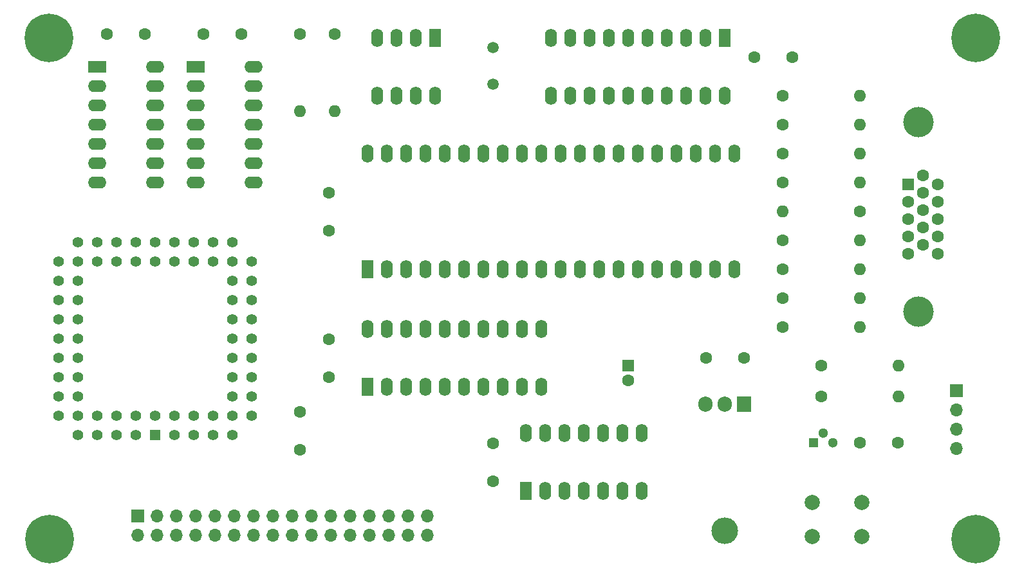
<source format=gbs>
G04 #@! TF.GenerationSoftware,KiCad,Pcbnew,(6.0.1)*
G04 #@! TF.CreationDate,2022-02-26T16:04:48+01:00*
G04 #@! TF.ProjectId,6502-vga,36353032-2d76-4676-912e-6b696361645f,rev?*
G04 #@! TF.SameCoordinates,Original*
G04 #@! TF.FileFunction,Soldermask,Bot*
G04 #@! TF.FilePolarity,Negative*
%FSLAX46Y46*%
G04 Gerber Fmt 4.6, Leading zero omitted, Abs format (unit mm)*
G04 Created by KiCad (PCBNEW (6.0.1)) date 2022-02-26 16:04:48*
%MOMM*%
%LPD*%
G01*
G04 APERTURE LIST*
%ADD10C,1.600000*%
%ADD11R,1.700000X1.700000*%
%ADD12O,1.700000X1.700000*%
%ADD13C,4.000000*%
%ADD14R,1.600000X1.600000*%
%ADD15R,1.300000X1.300000*%
%ADD16C,1.300000*%
%ADD17O,1.600000X1.600000*%
%ADD18R,1.422400X1.422400*%
%ADD19C,1.422400*%
%ADD20R,1.600000X2.400000*%
%ADD21O,1.600000X2.400000*%
%ADD22R,2.400000X1.600000*%
%ADD23O,2.400000X1.600000*%
%ADD24C,1.500000*%
%ADD25C,0.800000*%
%ADD26C,6.400000*%
%ADD27C,2.000000*%
%ADD28O,3.500000X3.500000*%
%ADD29R,1.905000X2.000000*%
%ADD30O,1.905000X2.000000*%
G04 APERTURE END LIST*
D10*
X138684000Y-131572000D03*
X138684000Y-136572000D03*
X142494000Y-127000000D03*
X142494000Y-122000000D03*
X142494000Y-107696000D03*
X142494000Y-102696000D03*
X203454000Y-84836000D03*
X198454000Y-84836000D03*
X125984000Y-81788000D03*
X130984000Y-81788000D03*
X164084000Y-140716000D03*
X164084000Y-135716000D03*
D11*
X117348000Y-145288000D03*
D12*
X117348000Y-147828000D03*
X119888000Y-145288000D03*
X119888000Y-147828000D03*
X122428000Y-145288000D03*
X122428000Y-147828000D03*
X124968000Y-145288000D03*
X124968000Y-147828000D03*
X127508000Y-145288000D03*
X127508000Y-147828000D03*
X130048000Y-145288000D03*
X130048000Y-147828000D03*
X132588000Y-145288000D03*
X132588000Y-147828000D03*
X135128000Y-145288000D03*
X135128000Y-147828000D03*
X137668000Y-145288000D03*
X137668000Y-147828000D03*
X140208000Y-145288000D03*
X140208000Y-147828000D03*
X142748000Y-145288000D03*
X142748000Y-147828000D03*
X145288000Y-145288000D03*
X145288000Y-147828000D03*
X147828000Y-145288000D03*
X147828000Y-147828000D03*
X150368000Y-145288000D03*
X150368000Y-147828000D03*
X152908000Y-145288000D03*
X152908000Y-147828000D03*
X155448000Y-145288000D03*
X155448000Y-147828000D03*
D11*
X225044000Y-128778000D03*
D12*
X225044000Y-131318000D03*
X225044000Y-133858000D03*
X225044000Y-136398000D03*
D13*
X220114000Y-93415000D03*
X220114000Y-118415000D03*
D14*
X218694000Y-101600000D03*
D10*
X218694000Y-103890000D03*
X218694000Y-106180000D03*
X218694000Y-108470000D03*
X218694000Y-110760000D03*
X220674000Y-100455000D03*
X220674000Y-102745000D03*
X220674000Y-105035000D03*
X220674000Y-107325000D03*
X220674000Y-109615000D03*
X222654000Y-101600000D03*
X222654000Y-103890000D03*
X222654000Y-106180000D03*
X222654000Y-108470000D03*
X222654000Y-110760000D03*
D15*
X206248000Y-135636000D03*
D16*
X207518000Y-134366000D03*
X208788000Y-135636000D03*
D10*
X207264000Y-129540000D03*
D17*
X217424000Y-129540000D03*
D10*
X207264000Y-125476000D03*
D17*
X217424000Y-125476000D03*
D10*
X202184000Y-89916000D03*
D17*
X212344000Y-89916000D03*
D10*
X202184000Y-97536000D03*
D17*
X212344000Y-97536000D03*
D10*
X202184000Y-101346000D03*
D17*
X212344000Y-101346000D03*
D10*
X202184000Y-112776000D03*
D17*
X212344000Y-112776000D03*
D10*
X202184000Y-116586000D03*
D17*
X212344000Y-116586000D03*
D10*
X202184000Y-120396000D03*
D17*
X212344000Y-120396000D03*
D10*
X143256000Y-81788000D03*
D17*
X143256000Y-91948000D03*
D18*
X119634000Y-134620000D03*
D19*
X119634000Y-132080000D03*
X122174000Y-134620000D03*
X122174000Y-132080000D03*
X124714000Y-134620000D03*
X124714000Y-132080000D03*
X127254000Y-134620000D03*
X127254000Y-132080000D03*
X129794000Y-134620000D03*
X132334000Y-132080000D03*
X129794000Y-132080000D03*
X132334000Y-129540000D03*
X129794000Y-129540000D03*
X132334000Y-127000000D03*
X129794000Y-127000000D03*
X132334000Y-124460000D03*
X129794000Y-124460000D03*
X132334000Y-121920000D03*
X129794000Y-121920000D03*
X132334000Y-119380000D03*
X129794000Y-119380000D03*
X132334000Y-116840000D03*
X129794000Y-116840000D03*
X132334000Y-114300000D03*
X129794000Y-114300000D03*
X132334000Y-111760000D03*
X129794000Y-109220000D03*
X129794000Y-111760000D03*
X127254000Y-109220000D03*
X127254000Y-111760000D03*
X124714000Y-109220000D03*
X124714000Y-111760000D03*
X122174000Y-109220000D03*
X122174000Y-111760000D03*
X119634000Y-109220000D03*
X119634000Y-111760000D03*
X117094000Y-109220000D03*
X117094000Y-111760000D03*
X114554000Y-109220000D03*
X114554000Y-111760000D03*
X112014000Y-109220000D03*
X112014000Y-111760000D03*
X109474000Y-109220000D03*
X106934000Y-111760000D03*
X109474000Y-111760000D03*
X106934000Y-114300000D03*
X109474000Y-114300000D03*
X106934000Y-116840000D03*
X109474000Y-116840000D03*
X106934000Y-119380000D03*
X109474000Y-119380000D03*
X106934000Y-121920000D03*
X109474000Y-121920000D03*
X106934000Y-124460000D03*
X109474000Y-124460000D03*
X106934000Y-127000000D03*
X109474000Y-127000000D03*
X106934000Y-129540000D03*
X109474000Y-129540000D03*
X106934000Y-132080000D03*
X109474000Y-134620000D03*
X109474000Y-132080000D03*
X112014000Y-134620000D03*
X112014000Y-132080000D03*
X114554000Y-134620000D03*
X114554000Y-132080000D03*
X117094000Y-134620000D03*
X117094000Y-132080000D03*
D20*
X168402000Y-141986000D03*
D21*
X170942000Y-141986000D03*
X173482000Y-141986000D03*
X176022000Y-141986000D03*
X178562000Y-141986000D03*
X181102000Y-141986000D03*
X183642000Y-141986000D03*
X183642000Y-134366000D03*
X181102000Y-134366000D03*
X178562000Y-134366000D03*
X176022000Y-134366000D03*
X173482000Y-134366000D03*
X170942000Y-134366000D03*
X168402000Y-134366000D03*
D20*
X147574000Y-128270000D03*
D21*
X150114000Y-128270000D03*
X152654000Y-128270000D03*
X155194000Y-128270000D03*
X157734000Y-128270000D03*
X160274000Y-128270000D03*
X162814000Y-128270000D03*
X165354000Y-128270000D03*
X167894000Y-128270000D03*
X170434000Y-128270000D03*
X170434000Y-120650000D03*
X167894000Y-120650000D03*
X165354000Y-120650000D03*
X162814000Y-120650000D03*
X160274000Y-120650000D03*
X157734000Y-120650000D03*
X155194000Y-120650000D03*
X152654000Y-120650000D03*
X150114000Y-120650000D03*
X147574000Y-120650000D03*
D22*
X112014000Y-86106000D03*
D23*
X112014000Y-88646000D03*
X112014000Y-91186000D03*
X112014000Y-93726000D03*
X112014000Y-96266000D03*
X112014000Y-98806000D03*
X112014000Y-101346000D03*
X119634000Y-101346000D03*
X119634000Y-98806000D03*
X119634000Y-96266000D03*
X119634000Y-93726000D03*
X119634000Y-91186000D03*
X119634000Y-88646000D03*
X119634000Y-86106000D03*
D22*
X124968000Y-86106000D03*
D23*
X124968000Y-88646000D03*
X124968000Y-91186000D03*
X124968000Y-93726000D03*
X124968000Y-96266000D03*
X124968000Y-98806000D03*
X124968000Y-101346000D03*
X132588000Y-101346000D03*
X132588000Y-98806000D03*
X132588000Y-96266000D03*
X132588000Y-93726000D03*
X132588000Y-91186000D03*
X132588000Y-88646000D03*
X132588000Y-86106000D03*
D20*
X147574000Y-112776000D03*
D21*
X150114000Y-112776000D03*
X152654000Y-112776000D03*
X155194000Y-112776000D03*
X157734000Y-112776000D03*
X160274000Y-112776000D03*
X162814000Y-112776000D03*
X165354000Y-112776000D03*
X167894000Y-112776000D03*
X170434000Y-112776000D03*
X172974000Y-112776000D03*
X175514000Y-112776000D03*
X178054000Y-112776000D03*
X180594000Y-112776000D03*
X183134000Y-112776000D03*
X185674000Y-112776000D03*
X188214000Y-112776000D03*
X190754000Y-112776000D03*
X193294000Y-112776000D03*
X195834000Y-112776000D03*
X195834000Y-97536000D03*
X193294000Y-97536000D03*
X190754000Y-97536000D03*
X188214000Y-97536000D03*
X185674000Y-97536000D03*
X183134000Y-97536000D03*
X180594000Y-97536000D03*
X178054000Y-97536000D03*
X175514000Y-97536000D03*
X172974000Y-97536000D03*
X170434000Y-97536000D03*
X167894000Y-97536000D03*
X165354000Y-97536000D03*
X162814000Y-97536000D03*
X160274000Y-97536000D03*
X157734000Y-97536000D03*
X155194000Y-97536000D03*
X152654000Y-97536000D03*
X150114000Y-97536000D03*
X147574000Y-97536000D03*
D20*
X194564000Y-82296000D03*
D21*
X192024000Y-82296000D03*
X189484000Y-82296000D03*
X186944000Y-82296000D03*
X184404000Y-82296000D03*
X181864000Y-82296000D03*
X179324000Y-82296000D03*
X176784000Y-82296000D03*
X174244000Y-82296000D03*
X171704000Y-82296000D03*
X171704000Y-89916000D03*
X174244000Y-89916000D03*
X176784000Y-89916000D03*
X179324000Y-89916000D03*
X181864000Y-89916000D03*
X184404000Y-89916000D03*
X186944000Y-89916000D03*
X189484000Y-89916000D03*
X192024000Y-89916000D03*
X194564000Y-89916000D03*
D20*
X156464000Y-82296000D03*
D21*
X153924000Y-82296000D03*
X151384000Y-82296000D03*
X148844000Y-82296000D03*
X148844000Y-89916000D03*
X151384000Y-89916000D03*
X153924000Y-89916000D03*
X156464000Y-89916000D03*
D10*
X202184000Y-108966000D03*
D17*
X212344000Y-108966000D03*
D10*
X202184000Y-93726000D03*
D17*
X212344000Y-93726000D03*
D10*
X212344000Y-135636000D03*
X217344000Y-135636000D03*
X113284000Y-81788000D03*
X118284000Y-81788000D03*
X197104000Y-124460000D03*
X192104000Y-124460000D03*
X138684000Y-81788000D03*
D17*
X138684000Y-91948000D03*
D24*
X164084000Y-83566000D03*
X164084000Y-88446000D03*
D25*
X107361056Y-80598944D03*
X108064000Y-82296000D03*
X103264000Y-82296000D03*
X105664000Y-84696000D03*
X103966944Y-83993056D03*
X107361056Y-83993056D03*
X103966944Y-80598944D03*
D26*
X105664000Y-82296000D03*
D25*
X105664000Y-79896000D03*
X225886944Y-80598944D03*
X227584000Y-79896000D03*
X229281056Y-80598944D03*
X227584000Y-84696000D03*
X225184000Y-82296000D03*
D26*
X227584000Y-82296000D03*
D25*
X225886944Y-83993056D03*
X229984000Y-82296000D03*
X229281056Y-83993056D03*
X229984000Y-148336000D03*
X229281056Y-146638944D03*
X225886944Y-150033056D03*
X227584000Y-150736000D03*
X225886944Y-146638944D03*
D26*
X227584000Y-148336000D03*
D25*
X229281056Y-150033056D03*
X227584000Y-145936000D03*
X225184000Y-148336000D03*
D26*
X105804000Y-148336000D03*
D25*
X105804000Y-150736000D03*
X105804000Y-145936000D03*
X104106944Y-146638944D03*
X103404000Y-148336000D03*
X104106944Y-150033056D03*
X107501056Y-146638944D03*
X108204000Y-148336000D03*
X107501056Y-150033056D03*
D10*
X212344000Y-105156000D03*
D17*
X202184000Y-105156000D03*
D27*
X206121000Y-143510000D03*
X212621000Y-143510000D03*
X206121000Y-148010000D03*
X212621000Y-148010000D03*
D14*
X181864000Y-125476000D03*
D10*
X181864000Y-127476000D03*
D28*
X194564000Y-147216000D03*
D29*
X197104000Y-130556000D03*
D30*
X194564000Y-130556000D03*
X192024000Y-130556000D03*
M02*

</source>
